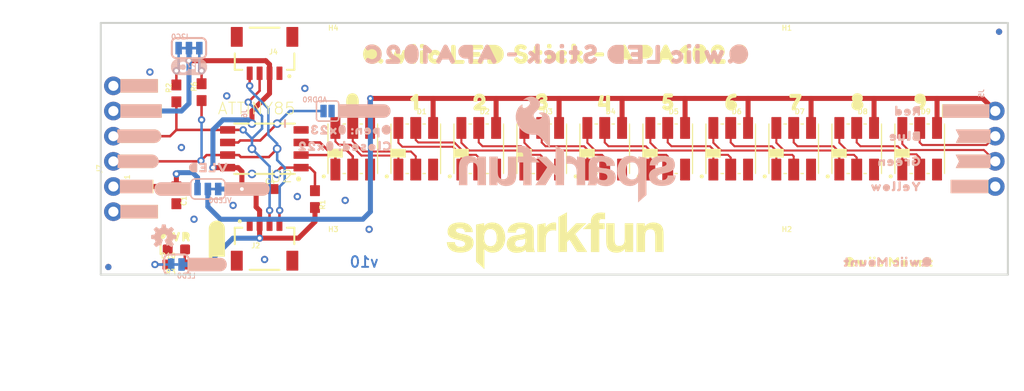
<source format=kicad_pcb>
(kicad_pcb (version 20211014) (generator pcbnew)
  (layers (0 "F.Cu" signal) (31 "B.Cu" signal) (34 "B.Paste" user) (35 "F.Paste" user) (36 "B.SilkS" user "B.Silkscreen") (37 "F.SilkS" user "F.Silkscreen") (38 "B.Mask" user) (39 "F.Mask" user) (44 "Edge.Cuts" user))
  (net 0 "")
  (net 1 "3.3V")
  (net 2 "GND")
  (net 3 "SCL/SCK")
  (net 4 "SDA/COPI")
  (net 5 "N$3")
  (net 6 "DO")
  (net 7 "N$8")
  (net 8 "N$9")
  (net 9 "N$10")
  (net 10 "N$11")
  (net 11 "N$12")
  (net 12 "N$13")
  (net 13 "N$14")
  (net 14 "N$15")
  (net 15 "N$16")
  (net 16 "N$17")
  (net 17 "N$18")
  (net 18 "N$19")
  (net 19 "N$20")
  (net 20 "N$21")
  (net 21 "N$22")
  (net 22 "N$23")
  (net 23 "N$24")
  (net 24 "N$25")
  (net 25 "CLK")
  (net 26 "~{RST}")
  (net 27 "ADDR/CIPO")
  (net 28 "VLED")
  (net 29 "DO(10)")
  (net 30 "CO(10)")
  (net 31 "N$4")
  (net 32 "N$5")
  (net 33 "N$6")
  (net 34 "VIN")
  (footprint "boardEagle:0603" (layer "F.Cu") (at 110.4011 99.4156 90)
    (fp_text reference "R2")
    (fp_text value "4.7k")
  )
  (footprint "boardEagle:#GND#0" (layer "F.Cu") (at 104.4321 98.6536)
    (fp_text reference "U$3" hide)
    (fp_text value "" hide)
  )
  (footprint "boardEagle:#GND#0" (layer "F.Cu") (at 104.4321 111.3536)
    (fp_text reference "U$1" hide)
    (fp_text value "" hide)
  )
  (footprint "boardEagle:APA102-5050" (layer "F.Cu") (at 147.2311 105.0036)
    (fp_text reference "D3")
    (fp_text value "APA102-5050")
  )
  (footprint "boardEagle:STAND-OFF" (layer "F.Cu") (at 191.6811 115.1636)
    (fp_text reference "JP8" hide)
    (fp_text value "STAND-OFF" hide)
  )
  (footprint "boardEagle:1X02_NO_SILK" (layer "F.Cu") (at 104.0511 108.8136 -90)
    (fp_text reference "J1")
    (fp_text value "")
  )
  (footprint "boardEagle:40" (layer "F.Cu") (at 151.6761 100.4316)
    (fp_text reference "U$35" hide)
    (fp_text value "" hide)
  )
  (footprint "boardEagle:10" (layer "F.Cu") (at 132.7531 100.3046)
    (fp_text reference "U$32" hide)
    (fp_text value "" hide)
  )
  (footprint "boardEagle:STAND-OFF" (layer "F.Cu") (at 125.6411 115.1636)
    (fp_text reference "H3")
    (fp_text value "STAND-OFF")
  )
  (footprint "boardEagle:FIDUCIAL-MICRO" (layer "F.Cu") (at 103.5431 116.9416 90)
    (fp_text reference "JP6" hide)
    (fp_text value "FIDUCIALUFIDUCIAL" hide)
  )
  (footprint "boardEagle:90" (layer "F.Cu") (at 183.5531 100.3046)
    (fp_text reference "U$40" hide)
    (fp_text value "" hide)
  )
  (footprint "boardEagle:APA102-5050" (layer "F.Cu") (at 178.9811 105.0036)
    (fp_text reference "D8")
    (fp_text value "APA102-5050")
  )
  (footprint "boardEagle:70" (layer "F.Cu") (at 170.9801 100.3046)
    (fp_text reference "U$38" hide)
    (fp_text value "" hide)
  )
  (footprint "boardEagle:CREATIVE_COMMONS" (layer "F.Cu") (at 112.9411 126.5936)
    (fp_text reference "FRAME1" hide)
    (fp_text value "FRAME-LETTER" hide)
  )
  (footprint "boardEagle:60" (layer "F.Cu") (at 164.5031 100.3046)
    (fp_text reference "U$37" hide)
    (fp_text value "" hide)
  )
  (footprint "boardEagle:SFE_LOGO_NAME_.2" (layer "F.Cu") (at 148.6281 114.2746)
    (fp_text reference "LOGO2" hide)
    (fp_text value "SFE_LOGO_NAME.2_INCH" hide)
  )
  (footprint "boardEagle:LED-0603" (layer "F.Cu") (at 110.4011 115.1636 180)
    (fp_text reference "D10")
    (fp_text value "RED")
  )
  (footprint "boardEagle:STAND-OFF" (layer "F.Cu") (at 105.3211 115.1636 90)
    (fp_text reference "JP3" hide)
    (fp_text value "STAND-OFF" hide)
  )
  (footprint "boardEagle:FIDUCIAL-MICRO" (layer "F.Cu") (at 193.3321 93.1926 90)
    (fp_text reference "JP2" hide)
    (fp_text value "FIDUCIALUFIDUCIAL" hide)
  )
  (footprint "boardEagle:JST04_1MM_RA" (layer "F.Cu") (at 119.2911 97.3836 180)
    (fp_text reference "J4")
    (fp_text value "QWIIC_RA")
  )
  (footprint "boardEagle:STAND-OFF" (layer "F.Cu") (at 125.6411 94.8436)
    (fp_text reference "H4")
    (fp_text value "STAND-OFF")
  )
  (footprint "boardEagle:APA102-5050" (layer "F.Cu") (at 153.5811 105.0036)
    (fp_text reference "D4")
    (fp_text value "APA102-5050")
  )
  (footprint "boardEagle:0603" (layer "F.Cu") (at 112.9411 99.2886 90)
    (fp_text reference "R6")
    (fp_text value "4.7k")
  )
  (footprint "boardEagle:#VLED#0" (layer "F.Cu") (at 187.2361 101.1936)
    (fp_text reference "U$9" hide)
    (fp_text value "" hide)
  )
  (footprint "boardEagle:50" (layer "F.Cu") (at 158.1531 100.3046)
    (fp_text reference "U$36" hide)
    (fp_text value "" hide)
  )
  (footprint "boardEagle:#SCL#0" (layer "F.Cu") (at 104.4321 106.2736)
    (fp_text reference "U$22" hide)
    (fp_text value "" hide)
  )
  (footprint "boardEagle:APA102-5050" (layer "F.Cu") (at 134.5311 105.0036)
    (fp_text reference "D1")
    (fp_text value "APA102-5050")
  )
  (footprint "boardEagle:JST04_1MM_RA" (layer "F.Cu") (at 119.2911 112.6236)
    (fp_text reference "J2")
    (fp_text value "QWIIC_RA")
  )
  (footprint "boardEagle:00" (layer "F.Cu") (at 126.2761 100.3046)
    (fp_text reference "U$31" hide)
    (fp_text value "" hide)
  )
  (footprint "boardEagle:STAND-OFF" (layer "F.Cu") (at 191.6811 94.8436)
    (fp_text reference "JP7" hide)
    (fp_text value "STAND-OFF" hide)
  )
  (footprint "boardEagle:APA102-5050" (layer "F.Cu") (at 140.8811 105.0036)
    (fp_text reference "D2")
    (fp_text value "APA102-5050")
  )
  (footprint "boardEagle:APA102-5050" (layer "F.Cu") (at 166.2811 105.0036)
    (fp_text reference "D6")
    (fp_text value "APA102-5050")
  )
  (footprint "boardEagle:QWIIC_LED_STICK_#_APA102C0" (layer "F.Cu") (at 127.8001 95.4786)
    (fp_text reference "U$48" hide)
    (fp_text value "" hide)
  )
  (footprint "boardEagle:PWR0" (layer "F.Cu") (at 107.8611 113.8936)
    (fp_text reference "U$26" hide)
    (fp_text value "" hide)
  )
  (footprint "boardEagle:#DO#0" (layer "F.Cu") (at 189.1411 106.2736)
    (fp_text reference "U$7" hide)
    (fp_text value "" hide)
  )
  (footprint "boardEagle:#SDA#0" (layer "F.Cu") (at 104.4321 103.7336)
    (fp_text reference "U$20" hide)
    (fp_text value "" hide)
  )
  (footprint "boardEagle:#VIN#0" (layer "F.Cu") (at 104.4321 108.8136)
    (fp_text reference "U$18" hide)
    (fp_text value "" hide)
  )
  (footprint "boardEagle:APA102-5050" (layer "F.Cu") (at 128.1811 105.0036)
    (fp_text reference "D0")
    (fp_text value "APA102-5050")
  )
  (footprint "boardEagle:0603" (layer "F.Cu") (at 110.4011 109.7026 -90)
    (fp_text reference "C1")
    (fp_text value "4.7uF")
  )
  (footprint "boardEagle:STAND-OFF" (layer "F.Cu") (at 105.3211 94.8436 90)
    (fp_text reference "JP4" hide)
    (fp_text value "STAND-OFF" hide)
  )
  (footprint "boardEagle:APA102-5050" (layer "F.Cu") (at 159.9311 105.0036)
    (fp_text reference "D5")
    (fp_text value "APA102-5050")
  )
  (footprint "boardEagle:0603" (layer "F.Cu") (at 110.4011 116.6876 180)
    (fp_text reference "R3")
    (fp_text value "1k")
  )
  (footprint "boardEagle:#CO#0" (layer "F.Cu") (at 189.1411 103.7336)
    (fp_text reference "U$6" hide)
    (fp_text value "" hide)
  )
  (footprint "boardEagle:QWIIC_MOUNT5" (layer "F.Cu") (at 177.0761 116.4336)
    (fp_text reference "U$30" hide)
    (fp_text value "" hide)
  )
  (footprint "boardEagle:STAND-OFF" (layer "F.Cu") (at 171.3611 94.8436)
    (fp_text reference "H1")
    (fp_text value "STAND-OFF")
  )
  (footprint "boardEagle:#GND#0" (layer "F.Cu") (at 188.1251 108.8136)
    (fp_text reference "U$5" hide)
    (fp_text value "" hide)
  )
  (footprint "boardEagle:0603" (layer "F.Cu") (at 124.3711 110.0836 -90)
    (fp_text reference "R1")
    (fp_text value "4.7k")
  )
  (footprint "boardEagle:ATTINY85" (layer "F.Cu") (at 119.2911 105.0036 180)
    (fp_text reference "U2")
    (fp_text value "ATTINY85")
  )
  (footprint "boardEagle:30" (layer "F.Cu") (at 145.3261 100.3046)
    (fp_text reference "U$34" hide)
    (fp_text value "" hide)
  )
  (footprint "boardEagle:APA102-5050" (layer "F.Cu") (at 185.3311 105.0036)
    (fp_text reference "D9")
    (fp_text value "APA102-5050")
  )
  (footprint "boardEagle:STAND-OFF" (layer "F.Cu") (at 171.3611 115.1636)
    (fp_text reference "H2")
    (fp_text value "STAND-OFF")
  )
  (footprint "boardEagle:80" (layer "F.Cu") (at 177.2031 100.3046)
    (fp_text reference "U$39" hide)
    (fp_text value "" hide)
  )
  (footprint "boardEagle:QWIIC_5MM" (layer "F.Cu") (at 114.4651 114.7826 90)
    (fp_text reference "LOGO3" hide)
    (fp_text value "QWIIC_LOGO_5MM" hide)
  )
  (footprint "boardEagle:0603" (layer "F.Cu") (at 119.2911 109.0676)
    (fp_text reference "C4")
    (fp_text value "0.1uF")
  )
  (footprint "boardEagle:1X04_NO_SILK" (layer "F.Cu") (at 104.0511 106.2736 90)
    (fp_text reference "J7")
    (fp_text value "")
  )
  (footprint "boardEagle:20" (layer "F.Cu") (at 139.1031 100.3046)
    (fp_text reference "U$33" hide)
    (fp_text value "" hide)
  )
  (footprint "boardEagle:#3#3V#0" (layer "F.Cu") (at 104.4321 101.1936)
    (fp_text reference "U$14" hide)
    (fp_text value "" hide)
  )
  (footprint "boardEagle:APA102-5050" (layer "F.Cu") (at 172.6311 105.0036)
    (fp_text reference "D7")
    (fp_text value "APA102-5050")
  )
  (footprint "boardEagle:OPEN#_0X230" (layer "B.Cu") (at 132.7531 103.0986 180)
    (fp_text reference "U$45" hide)
    (fp_text value "" hide)
  )
  (footprint "boardEagle:FIDUCIAL-MICRO" (layer "B.Cu") (at 103.5431 116.9416 -90)
    (fp_text reference "JP1" hide)
    (fp_text value "FIDUCIALUFIDUCIAL" hide)
  )
  (footprint "boardEagle:CLOSED#_0X220" (layer "B.Cu") (at 132.7531 104.7496 180)
    (fp_text reference "U$46" hide)
    (fp_text value "" hide)
  )
  (footprint "boardEagle:#GND#0" (layer "B.Cu") (at 108.8771 98.6536 180)
    (fp_text reference "U$4" hide)
    (fp_text value "" hide)
  )
  (footprint "boardEagle:1X04_NO_SILK" (layer "B.Cu") (at 192.9511 101.1936 -90)
    (fp_text reference "J5")
    (fp_text value "")
  )
  (footprint "boardEagle:#ADDR#0" (layer "B.Cu") (at 131.9911 101.1936 180)
    (fp_text reference "U$10" hide)
    (fp_text value "" hide)
  )
  (footprint "boardEagle:#SCL_#0" (layer "B.Cu") (at 108.6231 106.2736 180)
    (fp_text reference "U$23" hide)
    (fp_text value "" hide)
  )
  (footprint "boardEagle:#_DO#0" (layer "B.Cu") (at 192.8241 106.2736 180)
    (fp_text reference "U$15" hide)
    (fp_text value "" hide)
  )
  (footprint "boardEagle:#VLED#0" (layer "B.Cu") (at 192.6971 101.1936 180)
    (fp_text reference "U$12" hide)
    (fp_text value "" hide)
  )
  (footprint "boardEagle:SFE_LOGO_FLAME_.2" (layer "B.Cu") (at 146.3421 102.3366 180)
    (fp_text reference "LOGO4" hide)
    (fp_text value "SFE_LOGO_FLAME.2_INCH" hide)
  )
  (footprint "boardEagle:BLUE0" (layer "B.Cu") (at 186.0931 103.7336 180)
    (fp_text reference "U$42" hide)
    (fp_text value "" hide)
  )
  (footprint "boardEagle:#SDA_#0" (layer "B.Cu") (at 108.8771 103.7336 180)
    (fp_text reference "U$21" hide)
    (fp_text value "" hide)
  )
  (footprint "boardEagle:#3#3V#0" (layer "B.Cu") (at 109.2581 101.1936 180)
    (fp_text reference "U$17" hide)
    (fp_text value "" hide)
  )
  (footprint "boardEagle:OSHW-LOGO-MINI" (layer "B.Cu") (at 109.1311 113.8936 180)
    (fp_text reference "LOGO1" hide)
    (fp_text value "OSHW-LOGOMINI" hide)
  )
  (footprint "boardEagle:RED0" (layer "B.Cu") (at 186.0931 101.1936 180)
    (fp_text reference "U$41" hide)
    (fp_text value "" hide)
  )
  (footprint "boardEagle:VLED0" (layer "B.Cu") (at 116.2431 106.9086 180)
    (fp_text reference "U$28" hide)
    (fp_text value "" hide)
  )
  (footprint "boardEagle:QWIIC_MOUNT5" (layer "B.Cu") (at 187.2361 116.4336 180)
    (fp_text reference "U$47" hide)
    (fp_text value "" hide)
  )
  (footprint "boardEagle:GREEN0" (layer "B.Cu") (at 186.0931 106.2736 180)
    (fp_text reference "U$43" hide)
    (fp_text value "" hide)
  )
  (footprint "boardEagle:#GND#0" (layer "B.Cu") (at 192.5701 108.8136 180)
    (fp_text reference "U$8" hide)
    (fp_text value "" hide)
  )
  (footprint "boardEagle:#_CO#0" (layer "B.Cu") (at 192.8241 103.7336 180)
    (fp_text reference "U$16" hide)
    (fp_text value "" hide)
  )
  (footprint "boardEagle:#GND#0" (layer "B.Cu") (at 108.8771 111.3536 180)
    (fp_text reference "U$2" hide)
    (fp_text value "" hide)
  )
  (footprint "boardEagle:QWIIC_LED_STICK_#_APA102C0" (layer "B.Cu") (at 169.4561 95.4786 180)
    (fp_text reference "U$49" hide)
    (fp_text value "" hide)
  )
  (footprint "boardEagle:FIDUCIAL-MICRO" (layer "B.Cu") (at 193.3321 93.1926 -90)
    (fp_text reference "JP5" hide)
    (fp_text value "FIDUCIALUFIDUCIAL" hide)
  )
  (footprint "boardEagle:#3#3V#1" (layer "B.Cu") (at 119.7991 109.0676 180)
    (fp_text reference "U$25" hide)
    (fp_text value "" hide)
  )
  (footprint "boardEagle:2X3_TEST_POINTS" (layer "B.Cu") (at 119.2911 105.0036 -90)
    (fp_text reference "J6")
    (fp_text value "AVR_SPI_PROG_3X2TESTPOINTS")
  )
  (footprint "boardEagle:SFE_LOGO_NAME_.2" (layer "B.Cu") (at 149.7711 107.5436 180)
    (fp_text reference "LOGO5" hide)
    (fp_text value "SFE_LOGO_NAME.2_INCH" hide)
  )
  (footprint "boardEagle:#VIN#4" (layer "B.Cu") (at 112.1791 109.0676 180)
    (fp_text reference "U$29" hide)
    (fp_text value "" hide)
  )
  (footprint "boardEagle:SMT-JUMPER_3_1-NC_TRACE_SILK" (layer "B.Cu") (at 113.5761 109.0676)
    (fp_text reference "VLED0")
    (fp_text value "JUMPER-SMT_3_1-NC_TRACE_SILK")
  )
  (footprint "boardEagle:SMT-JUMPER_2_NC_TRACE_SILK" (layer "B.Cu") (at 110.4011 116.6876)
    (fp_text reference "LED0")
    (fp_text value "JUMPER-SMT_2_NC_TRACE_SILK")
  )
  (footprint "boardEagle:YELLOW0" (layer "B.Cu") (at 186.0931 108.8136 180)
    (fp_text reference "U$44" hide)
    (fp_text value "" hide)
  )
  (footprint "boardEagle:(I_SUPER2_C)" (layer "B.Cu") (at 113.5761 96.7486 180)
    (fp_text reference "U$11" hide)
    (fp_text value "" hide)
  )
  (footprint "boardEagle:SMT-JUMPER_3_2-NC_TRACE_SILK" (layer "B.Cu") (at 111.6711 94.8436 180)
    (fp_text reference "I2C0")
    (fp_text value "JUMPER-SMT_3_2-NC_TRACE_SILK")
  )
  (footprint "boardEagle:SMT-JUMPER_2_NO_SILK" (layer "B.Cu") (at 125.6411 101.1936 180)
    (fp_text reference "ADDR0")
    (fp_text value "JUMPER-SMT_2_NO_SILK")
  )
  (footprint "boardEagle:#VIN#0" (layer "B.Cu") (at 108.3691 108.8136 180)
    (fp_text reference "U$19" hide)
    (fp_text value "" hide)
  )
  (footprint "boardEagle:#LED#0" (layer "B.Cu") (at 115.4811 116.6876 180)
    (fp_text reference "U$24" hide)
    (fp_text value "" hide)
  )
  (gr_line (start 102.7811 92.3036) (end 194.2211 92.3036) (layer "Edge.Cuts") (width 0.2032))
  (gr_line (start 194.2211 92.3036) (end 194.2211 117.7036) (layer "Edge.Cuts") (width 0.2032))
  (gr_line (start 102.7811 117.7036) (end 102.7811 92.3036) (layer "Edge.Cuts") (width 0.2032))
  (gr_line (start 194.2211 117.7036) (end 102.7811 117.7036) (layer "Edge.Cuts") (width 0.2032))
  (gr_text "v10" (at 129.3241 116.4336) (layer "B.Cu") (effects (font (size 1.0795 1.0795) (thickness 0.1905)) (justify mirror)))
  (segment (start 119.7911 96.4946) (end 119.4101 96.1136) (width 0.508) (layer "F.Cu") (net 1))
  (segment (start 119.7911 99.4236) (end 118.0211 101.1936) (width 0.508) (layer "F.Cu") (net 1))
  (segment (start 119.7911 97.3836) (end 119.7911 96.4946) (width 0.508) (layer "F.Cu") (net 1))
  (segment (start 118.4411 109.0676) (end 118.4411 110.8846) (width 0.508) (layer "F.Cu") (net 1))
  (segment (start 119.4101 96.1136) (end 111.6711 96.1136) (width 0.508) (layer "F.Cu") (net 1))
  (segment (start 116.6241 106.9086) (end 115.5641 106.9086) (width 0.508) (layer "F.Cu") (net 1))
  (segment (start 117.0051 109.0676) (end 117.0051 107.2896) (width 0.508) (layer "F.Cu") (net 1))
  (segment (start 122.7201 114.0206) (end 124.3711 112.3696) (width 0.508) (layer "F.Cu") (net 1))
  (segment (start 118.4411 110.8846) (end 118.7911 111.2346) (width 0.508) (layer "F.Cu") (net 1))
  (segment (start 117.0051 107.2896) (end 116.6241 106.9086) (width 0.508) (layer "F.Cu") (net 1))
  (segment (start 118.4411 109.0676) (end 117.0051 109.0676) (width 0.508) (layer "F.Cu") (net 1))
  (segment (start 118.7991 114.0206) (end 122.7201 114.0206) (width 0.508) (layer "F.Cu") (net 1))
  (segment (start 124.3711 112.3696) (end 124.3711 110.9336) (width 0.508) (layer "F.Cu") (net 1))
  (segment (start 118.7911 112.6236) (end 118.7911 114.0286) (width 0.508) (layer "F.Cu") (net 1))
  (segment (start 115.5641 106.9086) (end 114.0841 106.9086) (width 0.508) (layer "F.Cu") (net 1))
  (segment (start 118.7991 114.0206) (end 118.7911 114.0286) (width 0.254) (layer "F.Cu") (net 1))
  (segment (start 118.0211 101.1936) (end 118.0211 102.4636) (width 0.508) (layer "F.Cu") (net 1))
  (segment (start 118.7911 111.2346) (end 118.7911 112.6236) (width 0.508) (layer "F.Cu") (net 1))
  (segment (start 119.7911 97.3836) (end 119.7911 99.4236) (width 0.508) (layer "F.Cu") (net 1))
  (via (at 114.0841 106.9086) (size 0.7366) (drill 0.381) (layers "F.Cu" "B.Cu") (net 1))
  (via (at 111.6711 96.1136) (size 0.7366) (drill 0.381) (layers "F.Cu" "B.Cu") (net 1))
  (via (at 117.0051 109.0676) (size 0.7366) (drill 0.381) (layers "F.Cu" "B.Cu") (net 1))
  (via (at 118.7911 114.0286) (size 0.7366) (drill 0.381) (layers "F.Cu" "B.Cu") (net 1))
  (segment (start 114.0841 106.9086) (end 114.0841 103.0986) (width 0.508) (layer "B.Cu") (net 1))
  (segment (start 111.6711 94.8436) (end 111.6711 96.1136) (width 0.508) (layer "B.Cu") (net 1))
  (segment (start 114.6175 109.0676) (end 117.0051 109.0676) (width 0.508) (layer "B.Cu") (net 1))
  (segment (start 110.9218 116.6876) (end 113.4491 116.6876) (width 0.508) (layer "B.Cu") (net 1))
  (segment (start 114.0841 103.0986) (end 115.1001 102.0826) (width 0.508) (layer "B.Cu") (net 1))
  (segment (start 110.9091 101.1936) (end 104.0511 101.1936) (width 0.508) (layer "B.Cu") (net 1))
  (segment (start 117.6401 102.0826) (end 118.0211 102.4636) (width 0.508) (layer "B.Cu") (net 1))
  (segment (start 115.1001 102.0826) (end 117.6401 102.0826) (width 0.508) (layer "B.Cu") (net 1))
  (segment (start 116.1081 114.0286) (end 118.7911 114.0286) (width 0.508) (layer "B.Cu") (net 1))
  (segment (start 111.6711 100.4316) (end 110.9091 101.1936) (width 0.508) (layer "B.Cu") (net 1))
  (segment (start 111.6711 96.1136) (end 111.6711 100.4316) (width 0.508) (layer "B.Cu") (net 1))
  (segment (start 113.4491 116.6876) (end 116.1081 114.0286) (width 0.508) (layer "B.Cu") (net 1))
  (via (at 127.4191 110.2106) (size 0.7366) (drill 0.381) (layers "F.Cu" "B.Cu") (net 2))
  (via (at 107.7341 97.2566) (size 0.7366) (drill 0.381) (layers "F.Cu" "B.Cu") (net 2))
  (via (at 116.1161 110.7186) (size 0.7366) (drill 0.381) (layers "F.Cu" "B.Cu") (net 2))
  (via (at 119.2911 116.1796) (size 0.7366) (drill 0.381) (layers "F.Cu" "B.Cu") (net 2))
  (via (at 112.1791 112.1156) (size 0.7366) (drill 0.381) (layers "F.Cu" "B.Cu") (net 2))
  (via (at 115.4811 99.6696) (size 0.7366) (drill 0.381) (layers "F.Cu" "B.Cu") (net 2))
  (via (at 123.3551 98.9076) (size 0.7366) (drill 0.381) (layers "F.Cu" "B.Cu") (net 2))
  (via (at 129.8321 113.1316) (size 0.7366) (drill 0.381) (layers "F.Cu" "B.Cu") (net 2))
  (via (at 122.5931 109.8296) (size 0.7366) (drill 0.381) (layers "F.Cu" "B.Cu") (net 2))
  (via (at 110.9091 104.8766) (size 0.7366) (drill 0.381) (layers "F.Cu" "B.Cu") (net 2))
  (segment (start 116.9103 105.8418) (end 116.7071 105.6386) (width 0.254) (layer "F.Cu") (net 3))
  (segment (start 112.8776 106.2101) (end 113.4491 105.6386) (width 0.254) (layer "F.Cu") (net 3))
  (segment (start 113.4491 105.6386) (end 115.5641 105.6386) (width 0.254) (layer "F.Cu") (net 3))
  (segment (start 117.7911 97.3836) (end 117.7911 98.6536) (width 0.254) (layer "F.Cu") (net 3))
  (segment (start 119.7229 105.8418) (end 120.5611 105.0036) (width 0.254) (layer "F.Cu") (net 3))
  (segment (start 115.5641 105.6386) (end 116.7071 105.6386) (width 0.254) (layer "F.Cu") (net 3))
  (segment (start 119.7229 105.8418) (end 116.9103 105.8418) (width 0.254) (layer "F.Cu") (net 3))
  (segment (start 120.7911 111.2506) (end 120.8151 111.2266) (width 0.254) (layer "F.Cu") (net 3))
  (segment (start 112.9411 100.1386) (end 112.9411 102.0826) (width 0.254) (layer "F.Cu") (net 3))
  (segment (start 112.8141 106.2736) (end 112.8776 106.2101) (width 0.254) (layer "F.Cu") (net 3))
  (segment (start 104.0511 106.2736) (end 112.8141 106.2736) (width 0.254) (layer "F.Cu") (net 3))
  (segment (start 120.7911 112.6236) (end 120.7911 111.2506) (width 0.254) (layer "F.Cu") (net 3))
  (via (at 112.9411 102.0826) (size 0.7366) (drill 0.381) (layers "F.Cu" "B.Cu") (net 3))
  (via (at 117.7911 98.6536) (size 0.7366) (drill 0.381) (layers "F.Cu" "B.Cu") (net 3))
  (via (at 120.8151 111.2266) (size 0.7366) (drill 0.381) (layers "F.Cu" "B.Cu") (net 3))
  (via (at 112.8776 106.2101) (size 0.7366) (drill 0.381) (layers "F.Cu" "B.Cu") (net 3))
  (segment (start 120.5611 104.4956) (end 120.5611 105.0036) (width 0.254) (layer "B.Cu") (net 3))
  (segment (start 112.9411 102.0826) (end 112.9411 106.1466) (width 0.254) (layer "B.Cu") (net 3))
  (segment (start 120.5611 106.1466) (end 120.5611 105.0036) (width 0.254) (layer "B.Cu") (net 3))
  (segment (start 112.9411 106.1466) (end 112.8776 106.2101) (width 0.254) (layer "B.Cu") (net 3))
  (segment (start 119.6721 100.9396) (end 119.6721 103.6066) (width 0.254) (layer "B.Cu") (net 3))
  (segment (start 119.6721 103.6066) (end 120.5611 104.4956) (width 0.254) (layer "B.Cu") (net 3))
  (segment (start 121.3231 108.3056) (end 121.3231 106.9086) (width 0.254) (layer "B.Cu") (net 3))
  (segment (start 117.7911 99.0586) (end 119.6721 100.9396) (width 0.254) (layer "B.Cu") (net 3))
  (segment (start 117.7911 98.6536) (end 117.7911 99.0586) (width 0.254) (layer "B.Cu") (net 3))
  (segment (start 121.3231 106.9086) (end 120.5611 106.1466) (width 0.254) (layer "B.Cu") (net 3))
  (segment (start 120.8151 108.8136) (end 121.3231 108.3056) (width 0.254) (layer "B.Cu") (net 3))
  (segment (start 120.8151 111.2266) (end 120.8151 108.8136) (width 0.254) (layer "B.Cu") (net 3))
  (segment (start 118.7911 99.1536) (end 117.6401 100.3046) (width 0.254) (layer "F.Cu") (net 4))
  (segment (start 119.7911 111.2346) (end 119.7991 111.2266) (width 0.254) (layer "F.Cu") (net 4))
  (segment (start 119.7911 112.6236) (end 119.7911 111.2346) (width 0.254) (layer "F.Cu") (net 4))
  (segment (start 109.7661 103.7336) (end 110.4011 103.0986) (width 0.254) (layer "F.Cu") (net 4))
  (segment (start 104.0511 103.7336) (end 109.7661 103.7336) (width 0.254) (layer "F.Cu") (net 4))
  (segment (start 117.1321 103.0986) (end 115.5641 103.0986) (width 0.254) (layer "F.Cu") (net 4))
  (segment (start 118.7911 97.3836) (end 118.7911 99.1536) (width 0.254) (layer "F.Cu") (net 4))
  (segment (start 110.4011 103.0986) (end 110.4011 100.2656) (width 0.254) (layer "F.Cu") (net 4))
  (segment (start 115.5641 103.0986) (end 110.4011 103.0986) (width 0.254) (layer "F.Cu") (net 4))
  (via (at 119.7991 111.2266) (size 0.7366) (drill 0.381) (layers "F.Cu" "B.Cu") (net 4))
  (via (at 117.6401 100.3046) (size 0.7366) (drill 0.381) (layers "F.Cu" "B.Cu") (net 4))
  (via (at 117.1321 103.0986) (size 0.7366) (drill 0.381) (layers "F.Cu" "B.Cu") (net 4))
  (segment (start 119.7991 106.7816) (end 118.0211 105.0036) (width 0.254) (layer "B.Cu") (net 4))
  (segment (start 118.0211 105.0036) (end 118.0211 103.9876) (width 0.254) (layer "B.Cu") (net 4))
  (segment (start 119.0371 101.7016) (end 119.0371 102.9716) (width 0.254) (layer "B.Cu") (net 4))
  (segment (start 118.0211 103.9876) (end 117.1321 103.0986) (width 0.254) (layer "B.Cu") (net 4))
  (segment (start 117.6401 100.3046) (end 119.0371 101.7016) (width 0.254) (layer "B.Cu") (net 4))
  (segment (start 119.0371 102.9716) (end 118.0211 103.9876) (width 0.254) (layer "B.Cu") (net 4))
  (segment (start 119.7991 111.2266) (end 119.7991 106.7816) (width 0.254) (layer "B.Cu") (net 4))
  (segment (start 111.2511 116.6876) (end 111.2511 115.1906) (width 0.254) (layer "F.Cu") (net 5))
  (segment (start 111.2511 115.1906) (end 111.2781 115.1636) (width 0.254) (layer "F.Cu") (net 5))
  (segment (start 126.4311 105.7936) (end 126.4311 107.1036) (width 0.254) (layer "F.Cu") (net 6))
  (segment (start 126.2761 105.6386) (end 126.4311 105.7936) (width 0.254) (layer "F.Cu") (net 6))
  (segment (start 122.9741 105.6386) (end 126.2761 105.6386) (width 0.254) (layer "F.Cu") (net 6))
  (segment (start 183.5811 105.766713) (end 182.995787 105.1814) (width 0.2032) (layer "F.Cu") (net 7))
  (segment (start 182.995787 105.1814) (end 178.0159 105.1814) (width 0.2032) (layer "F.Cu") (net 7))
  (segment (start 183.5811 107.1036) (end 183.5811 105.766713) (width 0.2032) (layer "F.Cu") (net 7))
  (segment (start 177.2311 104.3966) (end 177.2311 102.9036) (width 0.2032) (layer "F.Cu") (net 7))
  (segment (start 178.0159 105.1814) (end 177.2311 104.3966) (width 0.2032) (layer "F.Cu") (net 7))
  (segment (start 179.3621 104.7496) (end 178.9811 104.3686) (width 0.2032) (layer "F.Cu") (net 8))
  (segment (start 185.0009 105.5624) (end 183.934843 105.5624) (width 0.2032) (layer "F.Cu") (net 8))
  (segment (start 185.3311 107.1036) (end 185.3311 105.8926) (width 0.2032) (layer "F.Cu") (net 8))
  (segment (start 178.9811 104.3686) (end 178.9811 102.9036) (width 0.2032) (layer "F.Cu") (net 8))
  (segment (start 185.3311 105.8926) (end 185.0009 105.5624) (width 0.2032) (layer "F.Cu") (net 8))
  (segment (start 183.122043 104.7496) (end 179.3621 104.7496) (width 0.2032) (layer "F.Cu") (net 8))
  (segment (start 183.934843 105.5624) (end 183.122043 104.7496) (width 0.2032) (layer "F.Cu") (net 8))
  (segment (start 178.9811 107.1036) (end 178.9811 105.8926) (width 0.2032) (layer "F.Cu") (net 9))
  (segment (start 173.0121 104.7496) (end 176.645043 104.7496) (width 0.2032) (layer "F.Cu") (net 9))
  (segment (start 176.645043 104.7496) (end 177.508643 105.6132) (width 0.2032) (layer "F.Cu") (net 9))
  (segment (start 178.7017 105.6132) (end 178.9811 105.8926) (width 0.2032) (layer "F.Cu") (net 9))
  (segment (start 172.6311 104.3686) (end 173.0121 104.7496) (width 0.2032) (layer "F.Cu") (net 9))
  (segment (start 172.6311 104.3686) (end 172.6311 102.9036) (width 0.2032) (layer "F.Cu") (net 9))
  (segment (start 177.508643 105.6132) (end 178.7017 105.6132) (width 0.2032) (layer "F.Cu") (net 9))
  (segment (start 170.8811 102.9036) (end 170.8811 104.3966) (width 0.2032) (layer "F.Cu") (net 10))
  (segment (start 176.4919 105.1814) (end 177.2311 105.9206) (width 0.2032) (layer "F.Cu") (net 10))
  (segment (start 170.8811 104.3966) (end 171.6659 105.1814) (width 0.2032) (layer "F.Cu") (net 10))
  (segment (start 171.6659 105.1814) (end 176.4919 105.1814) (width 0.2032) (layer "F.Cu") (net 10))
  (segment (start 177.2311 105.9206) (end 177.2311 107.1036) (width 0.2032) (layer "F.Cu") (net 10))
  (segment (start 170.422043 104.7496) (end 166.6621 104.7496) (width 0.2032) (layer "F.Cu") (net 11))
  (segment (start 166.6621 104.7496) (end 166.2811 104.3686) (width 0.2032) (layer "F.Cu") (net 11))
  (segment (start 172.6311 105.7656) (end 172.4787 105.6132) (width 0.2032) (layer "F.Cu") (net 11))
  (segment (start 166.2811 104.3686) (end 166.2811 102.9036) (width 0.2032) (layer "F.Cu") (net 11))
  (segment (start 172.4787 105.6132) (end 171.285643 105.6132) (width 0.2032) (layer "F.Cu") (net 11))
  (segment (start 172.6311 107.1036) (end 172.6311 105.7656) (width 0.2032) (layer "F.Cu") (net 11))
  (segment (start 171.285643 105.6132) (end 170.422043 104.7496) (width 0.2032) (layer "F.Cu") (net 11))
  (segment (start 164.5311 104.3966) (end 165.3159 105.1814) (width 0.2032) (layer "F.Cu") (net 12))
  (segment (start 165.3159 105.1814) (end 170.2689 105.1814) (width 0.2032) (layer "F.Cu") (net 12))
  (segment (start 170.2689 105.1814) (end 170.8811 105.7936) (width 0.2032) (layer "F.Cu") (net 12))
  (segment (start 164.5311 102.9036) (end 164.5311 104.3966) (width 0.2032) (layer "F.Cu") (net 12))
  (segment (start 170.8811 105.7936) (end 170.8811 107.1036) (width 0.2032) (layer "F.Cu") (net 12))
  (segment (start 159.9311 104.3686) (end 159.9311 102.9036) (width 0.2032) (layer "F.Cu") (net 13))
  (segment (start 166.0017 105.6132) (end 165.062643 105.6132) (width 0.2032) (layer "F.Cu") (net 13))
  (segment (start 165.062643 105.6132) (end 164.199043 104.7496) (width 0.2032) (layer "F.Cu") (net 13))
  (segment (start 166.2811 105.8926) (end 166.2811 107.1036) (width 0.2032) (layer "F.Cu") (net 13))
  (segment (start 166.2811 105.8926) (end 166.0017 105.6132) (width 0.2032) (layer "F.Cu") (net 13))
  (segment (start 164.199043 104.7496) (end 160.3121 104.7496) (width 0.2032) (layer "F.Cu") (net 13))
  (segment (start 160.3121 104.7496) (end 159.9311 104.3686) (width 0.2032) (layer "F.Cu") (net 13))
  (segment (start 158.1811 102.9036) (end 158.1811 104.3966) (width 0.2032) (layer "F.Cu") (net 14))
  (segment (start 164.5311 107.1036) (end 164.5311 105.6666) (width 0.2032) (layer "F.Cu") (net 14))
  (segment (start 164.5311 105.6666) (end 164.0459 105.1814) (width 0.2032) (layer "F.Cu") (net 14))
  (segment (start 158.9659 105.1814) (end 158.1811 104.3966) (width 0.2032) (layer "F.Cu") (net 14))
  (segment (start 164.0459 105.1814) (end 158.9659 105.1814) (width 0.2032) (layer "F.Cu") (net 14))
  (segment (start 159.9311 107.1036) (end 159.9311 105.7656) (width 0.2032) (layer "F.Cu") (net 15))
  (segment (start 153.5811 104.3686) (end 153.5811 102.9036) (width 0.2032) (layer "F.Cu") (net 15))
  (segment (start 157.722043 104.7496) (end 153.9621 104.7496) (width 0.2032) (layer "F.Cu") (net 15))
  (segment (start 158.585643 105.6132) (end 157.722043 104.7496) (width 0.2032) (layer "F.Cu") (net 15))
  (segment (start 159.7787 105.6132) (end 158.585643 105.6132) (width 0.2032) (layer "F.Cu") (net 15))
  (segment (start 153.9621 104.7496) (end 153.5811 104.3686) (width 0.2032) (layer "F.Cu") (net 15))
  (segment (start 159.9311 105.7656) (end 159.7787 105.6132) (width 0.2032) (layer "F.Cu") (net 15))
  (segment (start 152.6159 105.1814) (end 151.8311 104.3966) (width 0.2032) (layer "F.Cu") (net 16))
  (segment (start 151.8311 104.3966) (end 151.8311 102.9036) (width 0.2032) (layer "F.Cu") (net 16))
  (segment (start 158.1811 107.1036) (end 158.1811 105.7936) (width 0.2032) (layer "F.Cu") (net 16))
  (segment (start 157.5689 105.1814) (end 152.6159 105.1814) (width 0.2032) (layer "F.Cu") (net 16))
  (segment (start 158.1811 105.7936) (end 157.5689 105.1814) (width 0.2032) (layer "F.Cu") (net 16))
  (segment (start 147.2311 104.3686) (end 147.2311 102.9036) (width 0.2032) (layer "F.Cu") (net 17))
  (segment (start 152.362643 105.6132) (end 151.499043 104.7496) (width 0.2032) (layer "F.Cu") (net 17))
  (segment (start 147.6121 104.7496) (end 147.2311 104.3686) (width 0.2032) (layer "F.Cu") (net 17))
  (segment (start 153.3017 105.6132) (end 152.362643 105.6132) (width 0.2032) (layer "F.Cu") (net 17))
  (segment (start 151.499043 104.7496) (end 147.6121 104.7496) (width 0.2032) (layer "F.Cu") (net 17))
  (segment (start 153.5811 105.8926) (end 153.3017 105.6132) (width 0.2032) (layer "F.Cu") (net 17))
  (segment (start 153.5811 107.1036) (end 153.5811 105.8926) (width 0.2032) (layer "F.Cu") (net 17))
  (segment (start 151.8311 107.1036) (end 151.8311 105.6666) (width 0.2032) (layer "F.Cu") (net 18))
  (segment (start 151.8311 105.6666) (end 151.3459 105.1814) (width 0.2032) (layer "F.Cu") (net 18))
  (segment (start 146.2659 105.1814) (end 145.4811 104.3966) (width 0.2032) (layer "F.Cu") (net 18))
  (segment (start 151.3459 105.1814) (end 146.2659 105.1814) (width 0.2032) (layer "F.Cu") (net 18))
  (segment (start 145.4811 104.3966) (end 145.4811 102.9036) (width 0.2032) (layer "F.Cu") (net 18))
  (segment (start 145.4811 107.1036) (end 145.4811 105.6666) (width 0.2032) (layer "F.Cu") (net 19))
  (segment (start 145.4811 105.6666) (end 144.9959 105.1814) (width 0.2032) (layer "F.Cu") (net 19))
  (segment (start 144.9959 105.1814) (end 139.9159 105.1814) (width 0.2032) (layer "F.Cu") (net 19))
  (segment (start 139.1311 104.3966) (end 139.1311 102.9036) (width 0.2032) (layer "F.Cu") (net 19))
  (segment (start 139.9159 105.1814) (end 139.1311 104.3966) (width 0.2032) (layer "F.Cu") (net 19))
  (segment (start 145.149043 104.7496) (end 141.2621 104.7496) (width 0.2032) (layer "F.Cu") (net 20))
  (segment (start 141.2621 104.7496) (end 140.8811 104.3686) (width 0.2032) (layer "F.Cu") (net 20))
  (segment (start 147.2311 107.1036) (end 147.2311 105.7656) (width 0.2032) (layer "F.Cu") (net 20))
  (segment (start 147.2311 105.7656) (end 147.0787 105.6132) (width 0.2032) (layer "F.Cu") (net 20))
  (segment (start 146.012643 105.6132) (end 145.149043 104.7496) (width 0.2032) (layer "F.Cu") (net 20))
  (segment (start 147.0787 105.6132) (end 146.012643 105.6132) (width 0.2032) (layer "F.Cu") (net 20))
  (segment (start 140.8811 104.3686) (end 140.8811 102.9036) (width 0.2032) (layer "F.Cu") (net 20))
  (segment (start 139.1311 105.6666) (end 138.2649 104.8004) (width 0.2032) (layer "F.Cu") (net 21))
  (segment (start 139.1311 107.1036) (end 139.1311 105.6666) (width 0.2032) (layer "F.Cu") (net 21))
  (segment (start 132.7811 104.3966) (end 132.7811 102.9036) (width 0.2032) (layer "F.Cu") (net 21))
  (segment (start 133.1849 104.8004) (end 132.7811 104.3966) (width 0.2032) (layer "F.Cu") (net 21))
  (segment (start 138.2649 104.8004) (end 133.1849 104.8004) (width 0.2032) (layer "F.Cu") (net 21))
  (segment (start 139.662643 105.6132) (end 138.418043 104.3686) (width 0.2032) (layer "F.Cu") (net 22))
  (segment (start 140.8811 105.8926) (end 140.6017 105.6132) (width 0.2032) (layer "F.Cu") (net 22))
  (segment (start 140.8811 107.1036) (end 140.8811 105.8926) (width 0.2032) (layer "F.Cu") (net 22))
  (segment (start 138.418043 104.3686) (end 134.7851 104.3686) (width 0.2032) (layer "F.Cu") (net 22))
  (segment (start 140.6017 105.6132) (end 139.662643 105.6132) (width 0.2032) (layer "F.Cu") (net 22))
  (segment (start 134.5311 104.1146) (end 134.5311 102.9036) (width 0.2032) (layer "F.Cu") (net 22))
  (segment (start 134.7851 104.3686) (end 134.5311 104.1146) (width 0.2032) (layer "F.Cu") (net 22))
  (segment (start 128.1811 104.2416) (end 129.2225 105.283) (width 0.2032) (layer "F.Cu") (net 23))
  (segment (start 128.1811 102.9036) (end 128.1811 104.2416) (width 0.2032) (layer "F.Cu") (net 23))
  (segment (start 134.0485 105.283) (end 134.5311 105.7656) (width 0.2032) (layer "F.Cu") (net 23))
  (segment (start 129.2225 105.283) (end 134.0485 105.283) (width 0.2032) (layer "F.Cu") (net 23))
  (segment (start 134.5311 105.7656) (end 134.5311 107.1036) (width 0.2032) (layer "F.Cu") (net 23))
  (segment (start 132.7811 105.8444) (end 132.6261 105.6894) (width 0.2032) (layer "F.Cu") (net 24))
  (segment (start 126.7587 104.5972) (end 127.961962 104.5972) (width 0.2032) (layer "F.Cu") (net 24))
  (segment (start 127.961962 104.5972) (end 129.054162 105.6894) (width 0.2032) (layer "F.Cu") (net 24))
  (segment (start 126.4311 102.9036) (end 126.4311 104.2696) (width 0.2032) (layer "F.Cu") (net 24))
  (segment (start 132.7811 107.1036) (end 132.7811 105.8444) (width 0.2032) (layer "F.Cu") (net 24))
  (segment (start 126.4311 104.2696) (end 126.7587 104.5972) (width 0.2032) (layer "F.Cu") (net 24))
  (segment (start 129.054162 105.6894) (end 132.6261 105.6894) (width 0.2032) (layer "F.Cu") (net 24))
  (segment (start 127.5461 105.1306) (end 128.1811 105.7656) (width 0.254) (layer "F.Cu") (net 25))
  (segment (start 125.6411 105.1306) (end 124.8791 104.3686) (width 0.254) (layer "F.Cu") (net 25))
  (segment (start 122.9741 104.3686) (end 124.8791 104.3686) (width 0.254) (layer "F.Cu") (net 25))
  (segment (start 128.1811 105.7656) (end 128.1811 107.1036) (width 0.254) (layer "F.Cu") (net 25))
  (segment (start 127.5461 105.1306) (end 125.6411 105.1306) (width 0.254) (layer "F.Cu") (net 25))
  (segment (start 120.5611 107.5436) (end 120.5611 107.2896) (width 0.254) (layer "F.Cu") (net 26))
  (segment (start 123.8631 106.9086) (end 124.3711 107.4166) (width 0.254) (layer "F.Cu") (net 26))
  (segment (start 120.9421 106.9086) (end 122.9741 106.9086) (width 0.254) (layer "F.Cu") (net 26))
  (segment (start 120.5611 107.2896) (end 120.9421 106.9086) (width 0.254) (layer "F.Cu") (net 26))
  (segment (start 124.3711 107.4166) (end 124.3711 109.2336) (width 0.254) (layer "F.Cu") (net 26))
  (segment (start 122.9741 106.9086) (end 123.8631 106.9086) (width 0.254) (layer "F.Cu") (net 26))
  (segment (start 115.5641 104.3686) (end 116.634306 104.3686) (width 0.254) (layer "F.Cu") (net 27))
  (segment (start 116.837506 104.1654) (end 118.8593 104.1654) (width 0.254) (layer "F.Cu") (net 27))
  (segment (start 118.8593 104.1654) (end 120.5611 102.4636) (width 0.254) (layer "F.Cu") (net 27))
  (segment (start 116.634306 104.3686) (end 116.837506 104.1654) (width 0.254) (layer "F.Cu") (net 27))
  (segment (start 121.8311 101.1936) (end 120.5611 102.4636) (width 0.254) (layer "B.Cu") (net 27))
  (segment (start 125.2347 101.1936) (end 121.8311 101.1936) (width 0.254) (layer "B.Cu") (net 27))
  (segment (start 191.6811 99.9236) (end 192.9511 101.1936) (width 0.508) (layer "F.Cu") (net 28))
  (segment (start 155.3311 102.9036) (end 155.3311 99.9236) (width 0.508) (layer "F.Cu") (net 28))
  (segment (start 180.7311 99.9236) (end 187.0811 99.9236) (width 0.508) (layer "F.Cu") (net 28))
  (segment (start 136.2811 102.9036) (end 136.2811 99.9236) (width 0.508) (layer "F.Cu") (net 28))
  (segment (start 148.9811 99.9236) (end 155.3311 99.9236) (width 0.508) (layer "F.Cu") (net 28))
  (segment (start 155.3311 99.9236) (end 161.6811 99.9236) (width 0.508) (layer "F.Cu") (net 28))
  (segment (start 161.6811 102.9036) (end 161.6811 99.9236) (width 0.508) (layer "F.Cu") (net 28))
  (segment (start 187.0811 102.9036) (end 187.0811 99.9236) (width 0.508) (layer "F.Cu") (net 28))
  (segment (start 174.3811 99.9236) (end 180.7311 99.9236) (width 0.508) (layer "F.Cu") (net 28))
  (segment (start 142.6311 102.9036) (end 142.6311 99.9236) (width 0.508) (layer "F.Cu") (net 28))
  (segment (start 129.9311 99.9516) (end 129.9311 102.9036) (width 0.508) (layer "F.Cu") (net 28))
  (segment (start 129.9591 99.9236) (end 136.2811 99.9236) (width 0.508) (layer "F.Cu") (net 28))
  (segment (start 148.9811 102.9036) (end 148.9811 99.9236) (width 0.508) (layer "F.Cu") (net 28))
  (segment (start 142.6311 99.9236) (end 148.9811 99.9236) (width 0.508) (layer "F.Cu") (net 28))
  (segment (start 136.2811 99.9236) (end 142.6311 99.9236) (width 0.508) (layer "F.Cu") (net 28))
  (segment (start 129.9591 99.9236) (end 129.9311 99.9516) (width 0.3048) (layer "F.Cu") (net 28))
  (segment (start 187.0811 99.9236) (end 191.6811 99.9236) (width 0.508) (layer "F.Cu") (net 28))
  (segment (start 168.0311 99.9236) (end 174.3811 99.9236) (width 0.508) (layer "F.Cu") (net 28))
  (segment (start 174.3811 102.9036) (end 174.3811 99.9236) (width 0.508) (layer "F.Cu") (net 28))
  (segment (start 168.0311 102.9036) (end 168.0311 99.9236) (width 0.508) (layer "F.Cu") (net 28))
  (segment (start 161.6811 99.9236) (end 168.0311 99.9236) (width 0.508) (layer "F.Cu") (net 28))
  (segment (start 180.7311 102.9036) (end 180.7311 99.9236) (width 0.508) (layer "F.Cu") (net 28))
  (via (at 129.9591 99.9236) (size 0.6604) (drill 0.3048) (layers "F.Cu" "B.Cu") (net 28))
  (segment (start 129.9591 111.3536) (end 129.9591 99.9236) (width 0.508) (layer "B.Cu") (net 28))
  (segment (start 113.5761 110.8456) (end 114.8461 112.1156) (width 0.508) (layer "B.Cu") (net 28))
  (segment (start 129.1971 112.1156) (end 129.9591 111.3536) (width 0.508) (layer "B.Cu") (net 28))
  (segment (start 114.8461 112.1156) (end 129.1971 112.1156) (width 0.508) (layer "B.Cu") (net 28))
  (segment (start 113.5761 109.0676) (end 113.5761 110.8456) (width 0.508) (layer "B.Cu") (net 28))
  (segment (start 191.8081 105.1306) (end 192.9511 106.2736) (width 0.2032) (layer "F.Cu") (net 29))
  (segment (start 184.1881 105.1306) (end 191.8081 105.1306) (width 0.2032) (layer "F.Cu") (net 29))
  (segment (start 183.5811 102.9036) (end 183.5811 104.5236) (width 0.2032) (layer "F.Cu") (net 29))
  (segment (start 183.5811 104.5236) (end 184.1881 105.1306) (width 0.2032) (layer "F.Cu") (net 29))
  (segment (start 185.5851 104.6226) (end 192.0621 104.6226) (width 0.2032) (layer "F.Cu") (net 30))
  (segment (start 185.3311 102.9036) (end 185.3311 104.3686) (width 0.2032) (layer "F.Cu") (net 30))
  (segment (start 185.3311 104.3686) (end 185.5851 104.6226) (width 0.2032) (layer "F.Cu") (net 30))
  (segment (start 192.0621 104.6226) (end 192.9511 103.7336) (width 0.2032) (layer "F.Cu") (net 30))
  (segment (start 108.2421 116.6876) (end 109.5511 116.6876) (width 0.254) (layer "F.Cu") (net 31))
  (via (at 108.2421 116.6876) (size 0.7366) (drill 0.381) (layers "F.Cu" "B.Cu") (net 31))
  (segment (start 109.8804 116.6876) (end 108.2421 116.6876) (width 0.254) (layer "B.Cu") (net 31))
  (segment (start 110.4011 98.5656) (end 110.4011 97.1296) (width 0.254) (layer "F.Cu") (net 32))
  (via (at 110.4011 97.1296) (size 0.7366) (drill 0.381) (layers "F.Cu" "B.Cu") (net 32))
  (segment (start 110.6297 96.901) (end 110.6297 94.8436) (width 0.254) (layer "B.Cu") (net 32))
  (segment (start 110.4011 97.1296) (end 110.6297 96.901) (width 0.254) (layer "B.Cu") (net 32))
  (segment (start 112.9411 98.4386) (end 112.9411 97.1296) (width 0.254) (layer "F.Cu") (net 33))
  (via (at 112.9411 97.1296) (size 0.7366) (drill 0.381) (layers "F.Cu" "B.Cu") (net 33))
  (segment (start 112.9411 97.1296) (end 112.7125 96.901) (width 0.254) (layer "B.Cu") (net 33))
  (segment (start 112.7125 96.901) (end 112.7125 94.8436) (width 0.254) (layer "B.Cu") (net 33))
  (segment (start 110.4011 108.8526) (end 110.4011 107.5436) (width 0.508) (layer "F.Cu") (net 34))
  (segment (start 104.0511 108.8136) (end 110.3621 108.8136) (width 0.508) (layer "F.Cu") (net 34))
  (segment (start 110.3621 108.8136) (end 110.4011 108.8526) (width 0.508) (layer "F.Cu") (net 34))
  (via (at 110.4011 107.5436) (size 0.7366) (drill 0.381) (layers "F.Cu" "B.Cu") (net 34))
  (segment (start 112.5347 107.8992) (end 112.5347 109.0676) (width 0.508) (layer "B.Cu") (net 34))
  (segment (start 112.0521 107.4166) (end 112.5347 107.8992) (width 0.508) (layer "B.Cu") (net 34))
  (segment (start 110.4011 107.5436) (end 110.5281 107.4166) (width 0.508) (layer "B.Cu") (net 34))
  (segment (start 110.5281 107.4166) (end 112.0521 107.4166) (width 0.508) (layer "B.Cu") (net 34))
)
</source>
